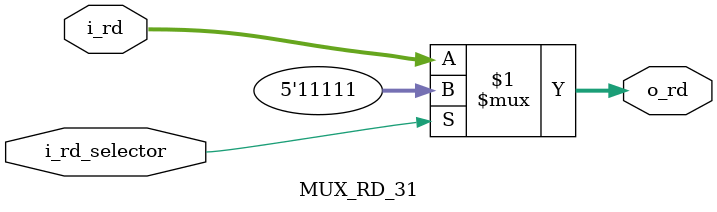
<source format=v>
`timescale 1ns / 1ps


module MUX_RD_31
    (
        input  [4:0] i_rd,
        input        i_rd_selector,
        output [4:0] o_rd
    );

    assign o_rd = i_rd_selector ? 5'b11111 : i_rd;
endmodule

</source>
